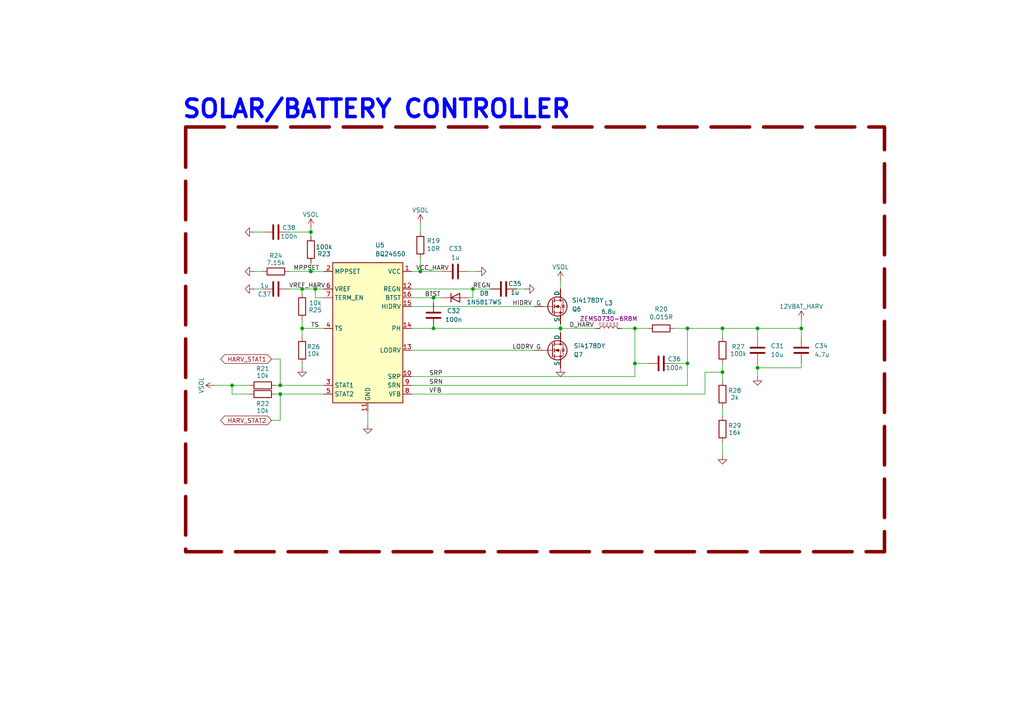
<source format=kicad_sch>
(kicad_sch (version 20250114) (generator "eeschema") (generator_version "9.0")
  (paper "A4")
  (lib_symbols
    (symbol "Battery_Management:BQ24650"
      (property "Reference" "U5" (at 2.1433 25.4 0))
      (property "Value" "BQ24650" (at 2.1433 22.86 0))
      (symbol "BQ24650_1_1"
        (rectangle (start -10.16 20.32) (end 10.16 -20.32) (stroke (width 0.254)) (fill (type background)))
        (pin input line (at -12.7 17.78 0) (length 2.54) (name "MPPSET") (number "2"))
        (pin input line (at -12.7 12.7 0) (length 2.54) (name "VREF") (number "6"))
        (pin input line (at -12.7 10.16 0) (length 2.54) (name "TERM_EN") (number "7"))
        (pin input line (at -12.7 1.27 0) (length 2.54) (name "TS") (number "4"))
        (pin open_collector line (at -12.7 -15.24 0) (length 2.54) (name "STAT1") (number "3"))
        (pin open_collector line (at -12.7 -17.78 0) (length 2.54) (name "STAT2") (number "5"))
        (pin power_in line (at 0 -22.86 90) (length 2.54) (name "GND") (number "11"))
        (pin passive line (at 0 -22.86 90) (length 2.54) (hide yes) (name "GND") (number "17"))
        (pin power_in line (at 12.7 17.78 180) (length 2.54) (name "VCC") (number "1"))
        (pin output line (at 12.7 12.7 180) (length 2.54) (name "REGN") (number "12"))
        (pin output line (at 12.7 10.16 180) (length 2.54) (name "BTST") (number "16"))
        (pin output line (at 12.7 7.62 180) (length 2.54) (name "HIDRV") (number "15"))
        (pin input line (at 12.7 1.27 180) (length 2.54) (name "PH") (number "14"))
        (pin output line (at 12.7 -5.08 180) (length 2.54) (name "LODRV") (number "13"))
        (pin input line (at 12.7 -12.7 180) (length 2.54) (name "SRP") (number "10"))
        (pin input line (at 12.7 -15.24 180) (length 2.54) (name "SRN") (number "9"))
        (pin input line (at 12.7 -17.78 180) (length 2.54) (name "VFB") (number "8"))
      )
    )
    (symbol "Device:C" (pin_numbers (hide yes)) (pin_names (offset 0.254))
      (property "Reference" "C" (at 0.635 2.54 0))
      (property "Value" "C" (at 0.635 -2.54 0))
      (symbol "C_0_1"
        (polyline (pts (xy -2.032 0.762) (xy 2.032 0.762)) (stroke (width 0.508)))
        (polyline (pts (xy -2.032 -0.762) (xy 2.032 -0.762)) (stroke (width 0.508)))
      )
      (symbol "C_1_1"
        (pin passive line (at 0 3.81 270) (length 2.794) (name "~") (number "1"))
        (pin passive line (at 0 -3.81 90) (length 2.794) (name "~") (number "2"))
      )
    )
    (symbol "Device:L_Ferrite" (pin_numbers (hide yes)) (pin_names (offset 1.016) (hide yes))
      (property "Reference" "L" (at -1.27 0 90))
      (property "Value" "L_Ferrite" (at 2.794 0 90))
      (symbol "L_Ferrite_0_1"
        (arc (start 0 2.54) (mid 0.6323 1.905) (end 0 1.27))
        (arc (start 0 1.27) (mid 0.6323 0.635) (end 0 0))
        (arc (start 0 0) (mid 0.6323 -0.635) (end 0 -1.27))
        (arc (start 0 -1.27) (mid 0.6323 -1.905) (end 0 -2.54))
        (polyline (pts (xy 1.016 2.286) (xy 1.016 2.794)))
        (polyline (pts (xy 1.016 1.27) (xy 1.016 1.778)))
        (polyline (pts (xy 1.016 0.254) (xy 1.016 0.762)))
        (polyline (pts (xy 1.016 -0.762) (xy 1.016 -0.254)))
        (polyline (pts (xy 1.016 -1.778) (xy 1.016 -1.27)))
        (polyline (pts (xy 1.016 -2.794) (xy 1.016 -2.286)))
        (polyline (pts (xy 1.524 2.794) (xy 1.524 2.286)))
        (polyline (pts (xy 1.524 1.778) (xy 1.524 1.27)))
        (polyline (pts (xy 1.524 0.762) (xy 1.524 0.254)))
        (polyline (pts (xy 1.524 -0.254) (xy 1.524 -0.762)))
        (polyline (pts (xy 1.524 -1.27) (xy 1.524 -1.778)))
        (polyline (pts (xy 1.524 -2.286) (xy 1.524 -2.794)))
      )
      (symbol "L_Ferrite_1_1"
        (pin passive line (at 0 3.81 270) (length 1.27) (name "1") (number "1"))
        (pin passive line (at 0 -3.81 90) (length 1.27) (name "2") (number "2"))
      )
    )
    (symbol "Device:R" (pin_numbers (hide yes)) (pin_names (offset 0))
      (property "Reference" "R" (at 2.032 0 90))
      (property "Value" "R" (at 0 0 90))
      (symbol "R_0_1"
        (rectangle (start -1.016 -2.54) (end 1.016 2.54) (stroke (width 0.254)))
      )
      (symbol "R_1_1"
        (pin passive line (at 0 3.81 270) (length 1.27) (name "~") (number "1"))
        (pin passive line (at 0 -3.81 90) (length 1.27) (name "~") (number "2"))
      )
    )
    (symbol "Diode:1N4148WS" (pin_numbers (hide yes)) (pin_names (hide yes))
      (property "Reference" "D" (at 0 2.54 0))
      (property "Value" "1N4148WS" (at 0 -2.54 0))
      (symbol "1N4148WS_0_1"
        (polyline (pts (xy -1.27 1.27) (xy -1.27 -1.27)) (stroke (width 0.254)))
        (polyline (pts (xy 1.27 1.27) (xy 1.27 -1.27) (xy -1.27 0) (xy 1.27 1.27)) (stroke (width 0.254)))
        (polyline (pts (xy 1.27 0) (xy -1.27 0)))
      )
      (symbol "1N4148WS_1_1"
        (pin passive line (at -3.81 0 0) (length 2.54) (name "K") (number "1"))
        (pin passive line (at 3.81 0 180) (length 2.54) (name "A") (number "2"))
      )
    )
    (symbol "ThingsGate-1:Si4178DY" (pin_numbers (hide yes)) (pin_names (offset 0))
      (property "Reference" "Q" (at 5.08 1.27 0))
      (property "Value" "Si4178DY" (at 5.08 -1.27 0))
      (symbol "Si4178DY_0_1"
        (polyline (pts (xy 0.254 1.905) (xy 0.254 -1.905)) (stroke (width 0.254)))
        (polyline (pts (xy 0.254 0) (xy -2.54 0)))
        (polyline (pts (xy 0.762 2.286) (xy 0.762 1.27)) (stroke (width 0.254)))
        (polyline (pts (xy 0.762 0.508) (xy 0.762 -0.508)) (stroke (width 0.254)))
        (polyline (pts (xy 0.762 -1.27) (xy 0.762 -2.286)) (stroke (width 0.254)))
        (polyline (pts (xy 0.762 -1.778) (xy 3.302 -1.778) (xy 3.302 1.778) (xy 0.762 1.778)))
        (polyline (pts (xy 1.016 0) (xy 2.032 0.381) (xy 2.032 -0.381) (xy 1.016 0)) (fill (type outline)))
        (circle (center 1.651 0) (radius 2.794) (stroke (width 0.254)))
        (polyline (pts (xy 2.54 2.54) (xy 2.54 1.778)))
        (circle (center 2.54 1.778) (radius 0.254) (fill (type outline)))
        (circle (center 2.54 -1.778) (radius 0.254) (fill (type outline)))
        (polyline (pts (xy 2.54 -2.54) (xy 2.54 0) (xy 0.762 0)))
        (polyline (pts (xy 2.794 0.508) (xy 2.921 0.381) (xy 3.683 0.381) (xy 3.81 0.254)))
        (polyline (pts (xy 3.302 0.381) (xy 2.921 -0.254) (xy 3.683 -0.254) (xy 3.302 0.381)))
      )
      (symbol "Si4178DY_1_1"
        (pin input line (at -5.08 0 0) (length 2.54) (name "G") (number "4"))
        (pin passive line (at 2.54 5.08 270) (length 2.54) (name "D") (number "5"))
        (pin passive line (at 2.54 5.08 270) (length 2.54) (name "D") (number "6"))
        (pin passive line (at 2.54 5.08 270) (length 2.54) (name "D") (number "7"))
        (pin passive line (at 2.54 5.08 270) (length 2.54) (name "D") (number "8"))
        (pin passive line (at 2.54 -5.08 90) (length 2.54) (name "S") (number "1"))
        (pin passive line (at 2.54 -5.08 90) (length 2.54) (name "S") (number "2"))
        (pin passive line (at 2.54 -5.08 90) (length 2.54) (name "S") (number "3"))
      )
    )
    (symbol "power:GND" (power) (pin_numbers (hide yes)) (pin_names (offset 0) (hide yes))
      (property "Value" "GND" (at 0 -3.81 0))
      (symbol "GND_0_1"
        (polyline (pts (xy 0 0) (xy 0 -1.27) (xy 1.27 -1.27) (xy 0 -2.54) (xy -1.27 -1.27) (xy 0 -1.27)))
      )
      (symbol "GND_1_1"
        (pin power_in line (at 0 0 270) (length 0) (name "~") (number "1"))
      )
    )
    (symbol "power:VDD" (power) (pin_numbers (hide yes)) (pin_names (offset 0) (hide yes))
      (property "Value" "VDD" (at 0 3.556 0))
      (symbol "VDD_0_1"
        (polyline (pts (xy -0.762 1.27) (xy 0 2.54)))
        (polyline (pts (xy 0 2.54) (xy 0.762 1.27)))
        (polyline (pts (xy 0 0) (xy 0 2.54)))
      )
      (symbol "VDD_1_1"
        (pin power_in line (at 0 0 90) (length 0) (name "~") (number "1"))
      )
    )
  )
  (rectangle (start 53.848 36.83) (end 256.54 160.02) (stroke (width 1.016) (type dash) (color 132 0 0 1)))
  (text "SOLAR/BATTERY CONTROLLER" (at 109.22 31.75 0) (effects (font (size 5.08 5.08) (thickness 1.016) (bold yes))))
  (junction (at 219.71 106.68))
  (junction (at 81.28 114.3))
  (junction (at 184.15 95.25))
  (junction (at 209.55 95.25))
  (junction (at 219.71 95.25))
  (junction (at 81.28 111.76))
  (junction (at 125.73 95.25))
  (junction (at 199.39 105.41))
  (junction (at 67.31 111.76))
  (junction (at 184.15 105.41))
  (junction (at 209.55 107.95))
  (junction (at 199.39 95.25))
  (junction (at 87.63 83.82))
  (junction (at 137.16 83.82))
  (junction (at 232.41 95.25))
  (junction (at 125.73 86.36))
  (junction (at 90.17 78.74))
  (junction (at 91.44 83.82))
  (junction (at 90.17 67.31))
  (junction (at 121.92 78.74))
  (junction (at 87.63 95.25))
  (junction (at 162.56 95.25))
  (wire (pts (xy 93.98 86.36) (xy 91.44 86.36)))
  (wire (pts (xy 119.38 101.6) (xy 154.94 101.6)))
  (wire (pts (xy 232.41 106.68) (xy 219.71 106.68)))
  (wire (pts (xy 119.38 83.82) (xy 137.16 83.82)))
  (wire (pts (xy 119.38 114.3) (xy 204.47 114.3)))
  (wire (pts (xy 209.55 95.25) (xy 209.55 97.79)))
  (wire (pts (xy 83.82 78.74) (xy 90.17 78.74)))
  (wire (pts (xy 121.92 64.77) (xy 121.92 67.31)))
  (wire (pts (xy 119.38 95.25) (xy 125.73 95.25)))
  (wire (pts (xy 81.28 114.3) (xy 93.98 114.3)))
  (wire (pts (xy 73.66 78.74) (xy 76.2 78.74)))
  (wire (pts (xy 81.28 111.76) (xy 93.98 111.76)))
  (wire (pts (xy 119.38 88.9) (xy 154.94 88.9)))
  (wire (pts (xy 78.74 104.14) (xy 81.28 104.14)))
  (wire (pts (xy 67.31 111.76) (xy 72.39 111.76)))
  (wire (pts (xy 199.39 105.41) (xy 199.39 95.25)))
  (wire (pts (xy 91.44 86.36) (xy 91.44 83.82)))
  (wire (pts (xy 90.17 67.31) (xy 90.17 68.58)))
  (wire (pts (xy 135.89 86.36) (xy 137.16 86.36)))
  (wire (pts (xy 87.63 95.25) (xy 87.63 97.79)))
  (wire (pts (xy 184.15 95.25) (xy 187.96 95.25)))
  (wire (pts (xy 232.41 97.79) (xy 232.41 95.25)))
  (wire (pts (xy 90.17 78.74) (xy 93.98 78.74)))
  (wire (pts (xy 199.39 111.76) (xy 199.39 105.41)))
  (wire (pts (xy 80.01 111.76) (xy 81.28 111.76)))
  (wire (pts (xy 119.38 78.74) (xy 121.92 78.74)))
  (wire (pts (xy 162.56 95.25) (xy 162.56 96.52)))
  (wire (pts (xy 119.38 109.22) (xy 184.15 109.22)))
  (wire (pts (xy 209.55 132.08) (xy 209.55 128.27)))
  (wire (pts (xy 106.68 123.19) (xy 106.68 119.38)))
  (wire (pts (xy 137.16 83.82) (xy 142.24 83.82)))
  (wire (pts (xy 125.73 87.63) (xy 125.73 86.36)))
  (wire (pts (xy 83.82 67.31) (xy 90.17 67.31)))
  (wire (pts (xy 195.58 105.41) (xy 199.39 105.41)))
  (wire (pts (xy 87.63 106.68) (xy 87.63 105.41)))
  (wire (pts (xy 204.47 114.3) (xy 204.47 107.95)))
  (wire (pts (xy 119.38 111.76) (xy 199.39 111.76)))
  (wire (pts (xy 137.16 86.36) (xy 137.16 83.82)))
  (wire (pts (xy 121.92 74.93) (xy 121.92 78.74)))
  (wire (pts (xy 87.63 83.82) (xy 91.44 83.82)))
  (wire (pts (xy 184.15 105.41) (xy 184.15 95.25)))
  (wire (pts (xy 209.55 95.25) (xy 199.39 95.25)))
  (wire (pts (xy 121.92 78.74) (xy 128.27 78.74)))
  (wire (pts (xy 67.31 114.3) (xy 72.39 114.3)))
  (wire (pts (xy 87.63 83.82) (xy 87.63 85.09)))
  (wire (pts (xy 219.71 97.79) (xy 219.71 95.25)))
  (wire (pts (xy 184.15 105.41) (xy 187.96 105.41)))
  (wire (pts (xy 62.23 111.76) (xy 67.31 111.76)))
  (wire (pts (xy 232.41 92.71) (xy 232.41 95.25)))
  (wire (pts (xy 219.71 106.68) (xy 219.71 109.22)))
  (wire (pts (xy 73.66 83.82) (xy 76.2 83.82)))
  (wire (pts (xy 81.28 104.14) (xy 81.28 111.76)))
  (wire (pts (xy 204.47 107.95) (xy 209.55 107.95)))
  (wire (pts (xy 91.44 83.82) (xy 93.98 83.82)))
  (wire (pts (xy 195.58 95.25) (xy 199.39 95.25)))
  (wire (pts (xy 184.15 95.25) (xy 180.34 95.25)))
  (wire (pts (xy 73.66 67.31) (xy 76.2 67.31)))
  (wire (pts (xy 209.55 107.95) (xy 209.55 110.49)))
  (wire (pts (xy 125.73 95.25) (xy 162.56 95.25)))
  (wire (pts (xy 87.63 95.25) (xy 93.98 95.25)))
  (wire (pts (xy 119.38 86.36) (xy 125.73 86.36)))
  (wire (pts (xy 78.74 121.92) (xy 81.28 121.92)))
  (wire (pts (xy 209.55 105.41) (xy 209.55 107.95)))
  (wire (pts (xy 128.27 86.36) (xy 125.73 86.36)))
  (wire (pts (xy 152.4 83.82) (xy 149.86 83.82)))
  (wire (pts (xy 184.15 109.22) (xy 184.15 105.41)))
  (wire (pts (xy 90.17 66.04) (xy 90.17 67.31)))
  (wire (pts (xy 90.17 76.2) (xy 90.17 78.74)))
  (wire (pts (xy 232.41 106.68) (xy 232.41 105.41)))
  (wire (pts (xy 83.82 83.82) (xy 87.63 83.82)))
  (wire (pts (xy 162.56 81.28) (xy 162.56 83.82)))
  (wire (pts (xy 162.56 95.25) (xy 172.72 95.25)))
  (wire (pts (xy 80.01 114.3) (xy 81.28 114.3)))
  (wire (pts (xy 87.63 92.71) (xy 87.63 95.25)))
  (wire (pts (xy 219.71 95.25) (xy 209.55 95.25)))
  (wire (pts (xy 162.56 93.98) (xy 162.56 95.25)))
  (wire (pts (xy 138.43 78.74) (xy 135.89 78.74)))
  (wire (pts (xy 219.71 105.41) (xy 219.71 106.68)))
  (wire (pts (xy 81.28 121.92) (xy 81.28 114.3)))
  (wire (pts (xy 209.55 118.11) (xy 209.55 120.65)))
  (wire (pts (xy 232.41 95.25) (xy 219.71 95.25)))
  (wire (pts (xy 67.31 111.76) (xy 67.31 114.3)))
  (label "VCC_HARV" (at 120.65 78.74 0))
  (label "REGN" (at 137.16 83.82 0))
  (label "D_HARV" (at 165.1 95.25 0))
  (label "SRN" (at 124.46 111.76 0))
  (label "BTST" (at 123.19 86.36 0))
  (label "LODRV" (at 148.59 101.6 0))
  (label "HIDRV" (at 148.59 88.9 0))
  (label "TS" (at 90.17 95.25 0))
  (label "MPPSET" (at 85.09 78.74 0))
  (label "VREF_HARV" (at 83.82 83.82 0))
  (label "SRP" (at 124.46 109.22 0))
  (label "VFB" (at 124.46 114.3 0))
  (global_label "HARV_STAT1" (shape bidirectional) (at 78.74 104.14 180) (property "Intersheetrefs" "${INTERSHEET_REFS}" (effects (hide yes))))
  (global_label "HARV_STAT2" (shape bidirectional) (at 78.74 121.92 180) (property "Intersheetrefs" "${INTERSHEET_REFS}" (effects (hide yes))))
  (symbol (lib_id "Device:R") (at 209.55 114.3 180) (unit 1)
    (property "Reference" "R28" (at 213.106 113.284 0))
    (property "Value" "2k" (at 213.106 115.316 0))
    (property "Footprint" "Resistor_SMD:R_0603_1608Metric" (effects (hide yes)))
    (property "Description" "Resistor" (effects (hide yes)))
  )
  (symbol (lib_id "Device:C") (at 191.77 105.41 90) (unit 1)
    (property "Reference" "C36" (at 195.58 104.14 90))
    (property "Value" "100n" (at 195.58 106.68 90))
    (property "Footprint" "Capacitor_SMD:C_0603_1608Metric" (effects (hide yes)))
    (property "Description" "Unpolarized capacitor" (effects (hide yes)))
  )
  (symbol (lib_id "power:GND") (at 219.71 109.22 0) (unit 1)
    (property "Reference" "#PWR053" (effects (hide yes)))
    (property "Value" "GND" (effects (hide yes)))
    (property "Description" "Power symbol creates a global label with name \"GND\" , ground" (effects (hide yes)))
  )
  (symbol (lib_id "Device:C") (at 146.05 83.82 90) (unit 1)
    (property "Reference" "C35" (at 149.352 82.296 90))
    (property "Value" "1u" (at 149.352 84.836 90))
    (property "Footprint" "Fuse:Fuse_0805_2012Metric" (effects (hide yes)))
    (property "Description" "Unpolarized capacitor" (effects (hide yes)))
  )
  (symbol (lib_id "Diode:1N4148WS") (at 132.08 86.36 0) (unit 1)
    (property "Reference" "D8" (at 140.462 85.09 0))
    (property "Value" "1N5817WS" (at 140.462 87.63 0))
    (property "Footprint" "Diode_SMD:D_SOD-323" (effects (hide yes)))
    (property "Datasheet" "https://www.vishay.com/docs/85751/1n4148ws.pdf" (effects (hide yes)))
    (property "Description" "75V 0.15A Fast switching Diode, SOD-323" (effects (hide yes)))
    (property "Sim.Device" "D" (effects (hide yes)))
    (property "Sim.Pins" "1=K 2=A" (effects (hide yes)))
  )
  (symbol (lib_id "Device:C") (at 132.08 78.74 90) (unit 1)
    (property "Reference" "C33" (at 132.08 72.136 90))
    (property "Value" "1u" (at 132.08 74.676 90))
    (property "Footprint" "Fuse:Fuse_0805_2012Metric" (effects (hide yes)))
    (property "Description" "Unpolarized capacitor" (effects (hide yes)))
  )
  (symbol (lib_id "power:GND") (at 162.56 106.68 0) (unit 1)
    (property "Reference" "#PWR054" (effects (hide yes)))
    (property "Value" "GND" (effects (hide yes)))
    (property "Description" "Power symbol creates a global label with name \"GND\" , ground" (effects (hide yes)))
  )
  (symbol (lib_id "ThingsGate-1:Si4178DY") (at 160.02 101.6 0) (unit 1)
    (property "Reference" "Q7" (at 166.37 102.8701 0) (effects (justify left)))
    (property "Value" "Si4178DY" (at 166.37 100.3301 0) (effects (justify left)))
    (property "Footprint" "ThingsGate-1:SO-8_3.9x4.9mm_P1.27mm" (effects (hide yes)))
    (property "Description" "N-MOSFET" (effects (hide yes)))
  )
  (symbol (lib_id "ThingsGate-1:Si4178DY") (at 160.02 88.9 0) (unit 1)
    (property "Reference" "Q6" (at 165.862 89.662 0) (effects (justify left)))
    (property "Value" "Si4178DY" (at 165.862 87.122 0) (effects (justify left)))
    (property "Footprint" "ThingsGate-1:SO-8_3.9x4.9mm_P1.27mm" (effects (hide yes)))
    (property "Description" "N-MOSFET" (effects (hide yes)))
  )
  (symbol (lib_id "power:GND") (at 138.43 78.74 90) (unit 1)
    (property "Reference" "#PWR051" (effects (hide yes)))
    (property "Value" "GND" (effects (hide yes)))
    (property "Description" "Power symbol creates a global label with name \"GND\" , ground" (effects (hide yes)))
  )
  (symbol (lib_id "Device:R") (at 191.77 95.25 270) (mirror x) (unit 1)
    (property "Reference" "R20" (at 191.77 89.662 90))
    (property "Value" "0.015R" (at 191.77 91.948 90))
    (property "Footprint" "Resistor_SMD:R_1206_3216Metric" (effects (hide yes)))
    (property "Description" "Resistor" (effects (hide yes)))
  )
  (symbol (lib_id "Device:R") (at 121.92 71.12 0) (mirror x) (unit 1)
    (property "Reference" "R19" (at 125.73 69.85 0))
    (property "Value" "10R" (at 125.73 72.136 0))
    (property "Footprint" "Resistor_SMD:R_1206_3216Metric" (effects (hide yes)))
    (property "Description" "Resistor" (effects (hide yes)))
  )
  (symbol (lib_id "Device:L_Ferrite") (at 176.53 95.25 90) (unit 1)
    (property "Reference" "L3" (at 176.53 87.884 90))
    (property "Value" "6.8u" (at 176.53 90.424 90))
    (property "Footprint" "ThingsGate-1:L_0730-6R8M" (effects (hide yes)))
    (property "Description" "ZEMS0730-6R8M" (at 176.53 92.456 90))
  )
  (symbol (lib_id "Device:R") (at 80.01 78.74 90) (unit 1)
    (property "Reference" "R24" (at 80.01 74.168 90))
    (property "Value" "7.15k" (at 80.01 76.2 90))
    (property "Footprint" "Resistor_SMD:R_0603_1608Metric" (effects (hide yes)))
    (property "Description" "Resistor" (effects (hide yes)))
  )
  (symbol (lib_id "Battery_Management:BQ24650") (at 106.68 96.52 0) (unit 1)
    (property "Reference" "U5" (at 108.8233 71.12 0) (effects (justify left)))
    (property "Value" "BQ24650" (at 108.8233 73.66 0) (effects (justify left)))
    (property "Footprint" "ThingsGate-1:Texas_RVA_VQFN-16-1EP_3.5x3.5mm_P0.5mm_EP2.14x2.14mm_ThermalVias" (effects (hide yes)))
    (property "Datasheet" "https://www.ti.com/lit/ds/symlink/bq24650.pdf" (effects (hide yes)))
    (property "Description" "10A, 28V max voltage, Battery Charger w/600kHz NMOS-NMOS Synchronous Buck Converter for Solar, VQFN-16" (effects (hide yes)))
  )
  (symbol (lib_id "Device:R") (at 209.55 101.6 180) (unit 1)
    (property "Reference" "R27" (at 214.122 100.584 0))
    (property "Value" "100k" (at 214.122 102.616 0))
    (property "Footprint" "Resistor_SMD:R_0603_1608Metric" (effects (hide yes)))
    (property "Description" "Resistor" (effects (hide yes)))
  )
  (symbol (lib_id "power:VDD") (at 162.56 81.28 0) (unit 1)
    (property "Reference" "#PWR055" (effects (hide yes)))
    (property "Value" "VSOL" (at 162.56 77.47 0))
    (property "Description" "Power symbol creates a global label with name \"VDD\"" (effects (hide yes)))
  )
  (symbol (lib_id "power:VDD") (at 62.23 111.76 90) (unit 1)
    (property "Reference" "#PWR052" (effects (hide yes)))
    (property "Value" "VSOL" (at 58.42 111.76 0))
    (property "Description" "Power symbol creates a global label with name \"VDD\"" (effects (hide yes)))
  )
  (symbol (lib_id "power:VDD") (at 121.92 64.77 0) (unit 1)
    (property "Reference" "#PWR057" (effects (hide yes)))
    (property "Value" "VSOL" (at 121.92 60.96 0))
    (property "Description" "Power symbol creates a global label with name \"VDD\"" (effects (hide yes)))
  )
  (symbol (lib_id "power:GND") (at 152.4 83.82 90) (unit 1)
    (property "Reference" "#PWR056" (effects (hide yes)))
    (property "Value" "GND" (effects (hide yes)))
    (property "Description" "Power symbol creates a global label with name \"GND\" , ground" (effects (hide yes)))
  )
  (symbol (lib_id "Device:C") (at 80.01 83.82 270) (unit 1)
    (property "Reference" "C37" (at 76.708 85.344 90))
    (property "Value" "1u" (at 76.708 82.804 90))
    (property "Footprint" "Fuse:Fuse_0805_2012Metric" (effects (hide yes)))
    (property "Description" "Unpolarized capacitor" (effects (hide yes)))
  )
  (symbol (lib_id "power:GND") (at 87.63 106.68 0) (unit 1)
    (property "Reference" "#PWR062" (effects (hide yes)))
    (property "Value" "GND" (effects (hide yes)))
    (property "Description" "Power symbol creates a global label with name \"GND\" , ground" (effects (hide yes)))
  )
  (symbol (lib_id "Device:C") (at 219.71 101.6 0) (unit 1)
    (property "Reference" "C31" (at 223.52 100.3299 0) (effects (justify left)))
    (property "Value" "10u" (at 223.52 102.8699 0) (effects (justify left)))
    (property "Footprint" "Fuse:Fuse_0805_2012Metric" (effects (hide yes)))
    (property "Description" "Unpolarized capacitor" (effects (hide yes)))
  )
  (symbol (lib_id "Device:C") (at 232.41 101.6 0) (unit 1)
    (property "Reference" "C34" (at 236.22 100.3299 0) (effects (justify left)))
    (property "Value" "4.7u" (at 236.22 102.8699 0) (effects (justify left)))
    (property "Footprint" "Fuse:Fuse_0805_2012Metric" (effects (hide yes)))
    (property "Description" "Unpolarized capacitor" (effects (hide yes)))
  )
  (symbol (lib_id "power:GND") (at 73.66 67.31 270) (unit 1)
    (property "Reference" "#PWR063" (effects (hide yes)))
    (property "Value" "GND" (effects (hide yes)))
    (property "Description" "Power symbol creates a global label with name \"GND\" , ground" (effects (hide yes)))
  )
  (symbol (lib_id "Device:R") (at 90.17 72.39 180) (unit 1)
    (property "Reference" "R23" (at 93.98 73.66 0))
    (property "Value" "100k" (at 93.98 71.628 0))
    (property "Footprint" "Resistor_SMD:R_0603_1608Metric" (effects (hide yes)))
    (property "Description" "Resistor" (effects (hide yes)))
  )
  (symbol (lib_id "Device:C") (at 125.73 91.44 0) (unit 1)
    (property "Reference" "C32" (at 131.572 90.17 0))
    (property "Value" "100n" (at 131.572 92.71 0))
    (property "Footprint" "Capacitor_SMD:C_0603_1608Metric" (effects (hide yes)))
    (property "Description" "Unpolarized capacitor" (effects (hide yes)))
  )
  (symbol (lib_id "Device:R") (at 76.2 111.76 90) (unit 1)
    (property "Reference" "R21" (at 76.2 106.934 90))
    (property "Value" "10k" (at 76.2 108.966 90))
    (property "Footprint" "Resistor_SMD:R_0603_1608Metric" (effects (hide yes)))
    (property "Description" "Resistor" (effects (hide yes)))
  )
  (symbol (lib_id "power:VDD") (at 232.41 92.71 0) (unit 1)
    (property "Reference" "#PWR060" (effects (hide yes)))
    (property "Value" "12VBAT_HARV" (at 232.41 88.9 0))
    (property "Description" "Power symbol creates a global label with name \"VDD\"" (effects (hide yes)))
  )
  (symbol (lib_id "Device:R") (at 87.63 88.9 180) (unit 1)
    (property "Reference" "R25" (at 91.44 89.916 0))
    (property "Value" "10k" (at 91.44 87.884 0))
    (property "Footprint" "Resistor_SMD:R_0603_1608Metric" (effects (hide yes)))
    (property "Description" "Resistor" (effects (hide yes)))
  )
  (symbol (lib_id "power:VDD") (at 90.17 66.04 0) (unit 1)
    (property "Reference" "#PWR058" (effects (hide yes)))
    (property "Value" "VSOL" (at 90.17 62.23 0))
    (property "Description" "Power symbol creates a global label with name \"VDD\"" (effects (hide yes)))
  )
  (symbol (lib_id "Device:R") (at 87.63 101.6 180) (unit 1)
    (property "Reference" "R26" (at 90.932 100.584 0))
    (property "Value" "10k" (at 90.932 102.616 0))
    (property "Footprint" "Resistor_SMD:R_0603_1608Metric" (effects (hide yes)))
    (property "Description" "Resistor" (effects (hide yes)))
  )
  (symbol (lib_id "Device:R") (at 76.2 114.3 90) (unit 1)
    (property "Reference" "R22" (at 76.2 117.094 90))
    (property "Value" "10k" (at 76.2 119.126 90))
    (property "Footprint" "Resistor_SMD:R_0603_1608Metric" (effects (hide yes)))
    (property "Description" "Resistor" (effects (hide yes)))
  )
  (symbol (lib_id "power:GND") (at 73.66 83.82 270) (unit 1)
    (property "Reference" "#PWR061" (effects (hide yes)))
    (property "Value" "GND" (effects (hide yes)))
    (property "Description" "Power symbol creates a global label with name \"GND\" , ground" (effects (hide yes)))
  )
  (symbol (lib_id "power:GND") (at 73.66 78.74 270) (unit 1)
    (property "Reference" "#PWR059" (effects (hide yes)))
    (property "Value" "GND" (effects (hide yes)))
    (property "Description" "Power symbol creates a global label with name \"GND\" , ground" (effects (hide yes)))
  )
  (symbol (lib_id "power:GND") (at 209.55 132.08 0) (unit 1)
    (property "Reference" "#PWR064" (effects (hide yes)))
    (property "Value" "GND" (effects (hide yes)))
    (property "Description" "Power symbol creates a global label with name \"GND\" , ground" (effects (hide yes)))
  )
  (symbol (lib_id "Device:C") (at 80.01 67.31 90) (unit 1)
    (property "Reference" "C38" (at 83.82 66.04 90))
    (property "Value" "100n" (at 83.82 68.58 90))
    (property "Footprint" "Capacitor_SMD:C_0603_1608Metric" (effects (hide yes)))
    (property "Description" "Unpolarized capacitor" (effects (hide yes)))
  )
  (symbol (lib_id "power:GND") (at 106.68 123.19 0) (unit 1)
    (property "Reference" "#PWR075" (effects (hide yes)))
    (property "Value" "GND" (effects (hide yes)))
    (property "Description" "Power symbol creates a global label with name \"GND\" , ground" (effects (hide yes)))
  )
  (symbol (lib_id "Device:R") (at 209.55 124.46 180) (unit 1)
    (property "Reference" "R29" (at 213.106 123.444 0))
    (property "Value" "16k" (at 213.106 125.476 0))
    (property "Footprint" "Resistor_SMD:R_0603_1608Metric" (effects (hide yes)))
    (property "Description" "Resistor" (effects (hide yes)))
  )
)
</source>
